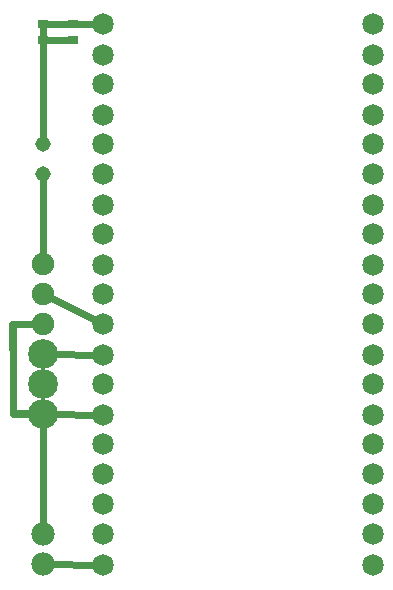
<source format=gtl>
G04 MADE WITH FRITZING*
G04 WWW.FRITZING.ORG*
G04 DOUBLE SIDED*
G04 HOLES PLATED*
G04 CONTOUR ON CENTER OF CONTOUR VECTOR*
%ASAXBY*%
%FSLAX23Y23*%
%MOIN*%
%OFA0B0*%
%SFA1.0B1.0*%
%ADD10C,0.075000*%
%ADD11C,0.051496*%
%ADD12C,0.071858*%
%ADD13C,0.078000*%
%ADD14C,0.099055*%
%ADD15R,0.035433X0.027559*%
%ADD16C,0.024000*%
%ADD17R,0.001000X0.001000*%
%LNCOPPER1*%
G90*
G70*
G54D10*
X185Y1078D03*
X185Y978D03*
X185Y878D03*
G54D11*
X185Y1478D03*
X185Y1378D03*
X185Y1478D03*
X185Y1378D03*
G54D12*
X385Y1878D03*
X385Y1777D03*
X385Y1678D03*
X385Y1577D03*
X385Y1478D03*
X385Y1378D03*
X385Y1277D03*
X385Y1178D03*
X385Y1077D03*
X385Y978D03*
X385Y878D03*
X385Y777D03*
X385Y678D03*
X385Y577D03*
X385Y478D03*
X385Y378D03*
X385Y278D03*
X385Y178D03*
X385Y77D03*
X1285Y77D03*
X1285Y178D03*
X1285Y278D03*
X1285Y378D03*
X1285Y478D03*
X1285Y577D03*
X1285Y678D03*
X1285Y777D03*
X1285Y878D03*
X1285Y978D03*
X1285Y1077D03*
X1285Y1178D03*
X1285Y1277D03*
X1285Y1378D03*
X1285Y1478D03*
X1285Y1577D03*
X1285Y1678D03*
X1285Y1777D03*
X1285Y1878D03*
G54D13*
X185Y178D03*
X185Y78D03*
G54D14*
X185Y778D03*
X185Y678D03*
X185Y578D03*
G54D15*
X285Y1827D03*
X285Y1878D03*
X185Y1827D03*
X185Y1878D03*
G54D16*
X273Y1878D02*
X197Y1878D01*
D02*
X184Y1878D02*
X273Y1878D01*
D02*
X366Y1878D02*
X184Y1878D01*
D02*
X273Y1827D02*
X197Y1827D01*
D02*
X185Y1835D02*
X185Y1870D01*
D02*
X184Y1478D02*
X185Y1819D01*
D02*
X184Y1478D02*
X184Y1478D01*
D02*
X185Y1096D02*
X185Y1362D01*
D02*
X366Y777D02*
X214Y778D01*
D02*
X366Y577D02*
X214Y578D01*
D02*
X366Y77D02*
X204Y78D01*
D02*
X185Y548D02*
X185Y197D01*
D02*
X185Y1870D02*
X185Y1835D01*
D02*
X185Y1870D02*
X185Y1835D01*
G54D17*
X184Y990D02*
X187Y990D01*
X181Y989D02*
X190Y989D01*
X179Y988D02*
X192Y988D01*
X178Y987D02*
X194Y987D01*
X177Y986D02*
X196Y986D01*
X176Y985D02*
X198Y985D01*
X175Y984D02*
X200Y984D01*
X175Y983D02*
X202Y983D01*
X174Y982D02*
X204Y982D01*
X174Y981D02*
X206Y981D01*
X174Y980D02*
X208Y980D01*
X174Y979D02*
X210Y979D01*
X174Y978D02*
X212Y978D01*
X174Y977D02*
X214Y977D01*
X174Y976D02*
X216Y976D01*
X174Y975D02*
X218Y975D01*
X175Y974D02*
X220Y974D01*
X175Y973D02*
X222Y973D01*
X176Y972D02*
X224Y972D01*
X176Y971D02*
X226Y971D01*
X177Y970D02*
X228Y970D01*
X178Y969D02*
X230Y969D01*
X180Y968D02*
X232Y968D01*
X181Y967D02*
X234Y967D01*
X183Y966D02*
X236Y966D01*
X185Y965D02*
X238Y965D01*
X187Y964D02*
X240Y964D01*
X189Y963D02*
X242Y963D01*
X191Y962D02*
X244Y962D01*
X193Y961D02*
X246Y961D01*
X195Y960D02*
X248Y960D01*
X197Y959D02*
X250Y959D01*
X199Y958D02*
X252Y958D01*
X201Y957D02*
X254Y957D01*
X203Y956D02*
X256Y956D01*
X205Y955D02*
X258Y955D01*
X207Y954D02*
X260Y954D01*
X209Y953D02*
X262Y953D01*
X211Y952D02*
X264Y952D01*
X213Y951D02*
X266Y951D01*
X215Y950D02*
X268Y950D01*
X217Y949D02*
X270Y949D01*
X219Y948D02*
X272Y948D01*
X221Y947D02*
X274Y947D01*
X223Y946D02*
X276Y946D01*
X225Y945D02*
X278Y945D01*
X227Y944D02*
X280Y944D01*
X229Y943D02*
X282Y943D01*
X231Y942D02*
X284Y942D01*
X233Y941D02*
X286Y941D01*
X235Y940D02*
X288Y940D01*
X237Y939D02*
X290Y939D01*
X239Y938D02*
X292Y938D01*
X241Y937D02*
X294Y937D01*
X243Y936D02*
X296Y936D01*
X245Y935D02*
X298Y935D01*
X247Y934D02*
X300Y934D01*
X249Y933D02*
X302Y933D01*
X251Y932D02*
X304Y932D01*
X253Y931D02*
X306Y931D01*
X255Y930D02*
X308Y930D01*
X257Y929D02*
X310Y929D01*
X259Y928D02*
X312Y928D01*
X261Y927D02*
X314Y927D01*
X263Y926D02*
X316Y926D01*
X265Y925D02*
X318Y925D01*
X267Y924D02*
X320Y924D01*
X269Y923D02*
X322Y923D01*
X271Y922D02*
X324Y922D01*
X273Y921D02*
X326Y921D01*
X275Y920D02*
X328Y920D01*
X277Y919D02*
X330Y919D01*
X279Y918D02*
X332Y918D01*
X281Y917D02*
X334Y917D01*
X283Y916D02*
X336Y916D01*
X285Y915D02*
X338Y915D01*
X287Y914D02*
X340Y914D01*
X289Y913D02*
X342Y913D01*
X291Y912D02*
X344Y912D01*
X293Y911D02*
X346Y911D01*
X295Y910D02*
X348Y910D01*
X297Y909D02*
X350Y909D01*
X299Y908D02*
X352Y908D01*
X301Y907D02*
X354Y907D01*
X303Y906D02*
X356Y906D01*
X305Y905D02*
X358Y905D01*
X307Y904D02*
X360Y904D01*
X309Y903D02*
X362Y903D01*
X311Y902D02*
X364Y902D01*
X313Y901D02*
X366Y901D01*
X315Y900D02*
X368Y900D01*
X317Y899D02*
X370Y899D01*
X319Y898D02*
X372Y898D01*
X321Y897D02*
X374Y897D01*
X323Y896D02*
X376Y896D01*
X325Y895D02*
X378Y895D01*
X327Y894D02*
X380Y894D01*
X329Y893D02*
X382Y893D01*
X331Y892D02*
X384Y892D01*
X333Y891D02*
X386Y891D01*
X150Y890D02*
X187Y890D01*
X335Y890D02*
X388Y890D01*
X82Y889D02*
X190Y889D01*
X337Y889D02*
X390Y889D01*
X79Y888D02*
X192Y888D01*
X339Y888D02*
X392Y888D01*
X78Y887D02*
X193Y887D01*
X341Y887D02*
X393Y887D01*
X77Y886D02*
X194Y886D01*
X343Y886D02*
X394Y886D01*
X76Y885D02*
X195Y885D01*
X345Y885D02*
X395Y885D01*
X75Y884D02*
X195Y884D01*
X347Y884D02*
X396Y884D01*
X74Y883D02*
X196Y883D01*
X349Y883D02*
X396Y883D01*
X74Y882D02*
X196Y882D01*
X351Y882D02*
X397Y882D01*
X74Y881D02*
X196Y881D01*
X353Y881D02*
X397Y881D01*
X73Y880D02*
X197Y880D01*
X355Y880D02*
X397Y880D01*
X73Y879D02*
X197Y879D01*
X357Y879D02*
X397Y879D01*
X73Y878D02*
X197Y878D01*
X359Y878D02*
X397Y878D01*
X73Y877D02*
X197Y877D01*
X361Y877D02*
X397Y877D01*
X73Y876D02*
X197Y876D01*
X363Y876D02*
X397Y876D01*
X73Y875D02*
X196Y875D01*
X365Y875D02*
X397Y875D01*
X73Y874D02*
X196Y874D01*
X367Y874D02*
X397Y874D01*
X73Y873D02*
X196Y873D01*
X369Y873D02*
X396Y873D01*
X73Y872D02*
X195Y872D01*
X371Y872D02*
X396Y872D01*
X73Y871D02*
X194Y871D01*
X373Y871D02*
X395Y871D01*
X73Y870D02*
X193Y870D01*
X375Y870D02*
X394Y870D01*
X73Y869D02*
X192Y869D01*
X377Y869D02*
X393Y869D01*
X73Y868D02*
X191Y868D01*
X379Y868D02*
X392Y868D01*
X73Y867D02*
X189Y867D01*
X381Y867D02*
X390Y867D01*
X73Y866D02*
X149Y866D01*
X385Y866D02*
X387Y866D01*
X73Y865D02*
X96Y865D01*
X73Y864D02*
X96Y864D01*
X73Y863D02*
X96Y863D01*
X73Y862D02*
X96Y862D01*
X73Y861D02*
X96Y861D01*
X73Y860D02*
X96Y860D01*
X73Y859D02*
X96Y859D01*
X73Y858D02*
X96Y858D01*
X73Y857D02*
X96Y857D01*
X73Y856D02*
X96Y856D01*
X73Y855D02*
X96Y855D01*
X73Y854D02*
X96Y854D01*
X73Y853D02*
X96Y853D01*
X73Y852D02*
X96Y852D01*
X73Y851D02*
X96Y851D01*
X73Y850D02*
X96Y850D01*
X73Y849D02*
X96Y849D01*
X73Y848D02*
X96Y848D01*
X73Y847D02*
X96Y847D01*
X73Y846D02*
X96Y846D01*
X73Y845D02*
X96Y845D01*
X73Y844D02*
X96Y844D01*
X73Y843D02*
X96Y843D01*
X73Y842D02*
X96Y842D01*
X73Y841D02*
X96Y841D01*
X73Y840D02*
X96Y840D01*
X73Y839D02*
X96Y839D01*
X73Y838D02*
X96Y838D01*
X73Y837D02*
X96Y837D01*
X73Y836D02*
X96Y836D01*
X73Y835D02*
X96Y835D01*
X73Y834D02*
X96Y834D01*
X73Y833D02*
X96Y833D01*
X73Y832D02*
X96Y832D01*
X73Y831D02*
X96Y831D01*
X73Y830D02*
X96Y830D01*
X73Y829D02*
X96Y829D01*
X73Y828D02*
X96Y828D01*
X73Y827D02*
X96Y827D01*
X73Y826D02*
X96Y826D01*
X73Y825D02*
X96Y825D01*
X73Y824D02*
X96Y824D01*
X73Y823D02*
X96Y823D01*
X73Y822D02*
X96Y822D01*
X73Y821D02*
X96Y821D01*
X73Y820D02*
X96Y820D01*
X73Y819D02*
X96Y819D01*
X73Y818D02*
X96Y818D01*
X73Y817D02*
X96Y817D01*
X73Y816D02*
X96Y816D01*
X73Y815D02*
X96Y815D01*
X73Y814D02*
X96Y814D01*
X73Y813D02*
X96Y813D01*
X73Y812D02*
X96Y812D01*
X73Y811D02*
X96Y811D01*
X73Y810D02*
X96Y810D01*
X73Y809D02*
X96Y809D01*
X73Y808D02*
X96Y808D01*
X73Y807D02*
X96Y807D01*
X73Y806D02*
X96Y806D01*
X73Y805D02*
X96Y805D01*
X73Y804D02*
X96Y804D01*
X73Y803D02*
X96Y803D01*
X73Y802D02*
X96Y802D01*
X73Y801D02*
X96Y801D01*
X73Y800D02*
X96Y800D01*
X73Y799D02*
X96Y799D01*
X73Y798D02*
X96Y798D01*
X73Y797D02*
X96Y797D01*
X73Y796D02*
X96Y796D01*
X73Y795D02*
X96Y795D01*
X73Y794D02*
X96Y794D01*
X73Y793D02*
X96Y793D01*
X73Y792D02*
X96Y792D01*
X73Y791D02*
X96Y791D01*
X73Y790D02*
X96Y790D01*
X73Y789D02*
X97Y789D01*
X74Y788D02*
X97Y788D01*
X74Y787D02*
X97Y787D01*
X74Y786D02*
X97Y786D01*
X74Y785D02*
X97Y785D01*
X74Y784D02*
X97Y784D01*
X74Y783D02*
X97Y783D01*
X74Y782D02*
X97Y782D01*
X74Y781D02*
X97Y781D01*
X74Y780D02*
X97Y780D01*
X74Y779D02*
X97Y779D01*
X74Y778D02*
X97Y778D01*
X74Y777D02*
X97Y777D01*
X74Y776D02*
X97Y776D01*
X74Y775D02*
X97Y775D01*
X74Y774D02*
X97Y774D01*
X74Y773D02*
X97Y773D01*
X74Y772D02*
X97Y772D01*
X74Y771D02*
X97Y771D01*
X74Y770D02*
X97Y770D01*
X74Y769D02*
X97Y769D01*
X74Y768D02*
X97Y768D01*
X74Y767D02*
X97Y767D01*
X74Y766D02*
X97Y766D01*
X74Y765D02*
X97Y765D01*
X74Y764D02*
X97Y764D01*
X74Y763D02*
X97Y763D01*
X74Y762D02*
X97Y762D01*
X74Y761D02*
X97Y761D01*
X74Y760D02*
X97Y760D01*
X74Y759D02*
X97Y759D01*
X74Y758D02*
X97Y758D01*
X74Y757D02*
X97Y757D01*
X74Y756D02*
X97Y756D01*
X74Y755D02*
X97Y755D01*
X74Y754D02*
X97Y754D01*
X74Y753D02*
X97Y753D01*
X74Y752D02*
X97Y752D01*
X74Y751D02*
X97Y751D01*
X74Y750D02*
X97Y750D01*
X74Y749D02*
X97Y749D01*
X74Y748D02*
X97Y748D01*
X74Y747D02*
X97Y747D01*
X74Y746D02*
X97Y746D01*
X74Y745D02*
X97Y745D01*
X74Y744D02*
X97Y744D01*
X74Y743D02*
X97Y743D01*
X74Y742D02*
X97Y742D01*
X74Y741D02*
X97Y741D01*
X74Y740D02*
X97Y740D01*
X74Y739D02*
X97Y739D01*
X74Y738D02*
X97Y738D01*
X74Y737D02*
X97Y737D01*
X74Y736D02*
X97Y736D01*
X74Y735D02*
X97Y735D01*
X74Y734D02*
X97Y734D01*
X74Y733D02*
X97Y733D01*
X74Y732D02*
X97Y732D01*
X74Y731D02*
X97Y731D01*
X74Y730D02*
X97Y730D01*
X74Y729D02*
X97Y729D01*
X74Y728D02*
X97Y728D01*
X74Y727D02*
X97Y727D01*
X74Y726D02*
X97Y726D01*
X74Y725D02*
X97Y725D01*
X74Y724D02*
X97Y724D01*
X74Y723D02*
X97Y723D01*
X74Y722D02*
X97Y722D01*
X74Y721D02*
X97Y721D01*
X74Y720D02*
X97Y720D01*
X74Y719D02*
X97Y719D01*
X74Y718D02*
X97Y718D01*
X74Y717D02*
X97Y717D01*
X74Y716D02*
X97Y716D01*
X74Y715D02*
X97Y715D01*
X74Y714D02*
X97Y714D01*
X74Y713D02*
X97Y713D01*
X74Y712D02*
X97Y712D01*
X74Y711D02*
X97Y711D01*
X74Y710D02*
X97Y710D01*
X74Y709D02*
X97Y709D01*
X74Y708D02*
X97Y708D01*
X74Y707D02*
X97Y707D01*
X74Y706D02*
X97Y706D01*
X74Y705D02*
X97Y705D01*
X74Y704D02*
X97Y704D01*
X74Y703D02*
X97Y703D01*
X74Y702D02*
X97Y702D01*
X74Y701D02*
X97Y701D01*
X74Y700D02*
X97Y700D01*
X74Y699D02*
X97Y699D01*
X74Y698D02*
X97Y698D01*
X74Y697D02*
X97Y697D01*
X74Y696D02*
X97Y696D01*
X74Y695D02*
X97Y695D01*
X74Y694D02*
X97Y694D01*
X74Y693D02*
X97Y693D01*
X74Y692D02*
X97Y692D01*
X74Y691D02*
X97Y691D01*
X74Y690D02*
X97Y690D01*
X74Y689D02*
X97Y689D01*
X74Y688D02*
X97Y688D01*
X74Y687D02*
X97Y687D01*
X74Y686D02*
X97Y686D01*
X74Y685D02*
X97Y685D01*
X74Y684D02*
X97Y684D01*
X74Y683D02*
X97Y683D01*
X74Y682D02*
X97Y682D01*
X74Y681D02*
X97Y681D01*
X74Y680D02*
X97Y680D01*
X74Y679D02*
X97Y679D01*
X74Y678D02*
X97Y678D01*
X74Y677D02*
X97Y677D01*
X74Y676D02*
X97Y676D01*
X74Y675D02*
X97Y675D01*
X74Y674D02*
X97Y674D01*
X74Y673D02*
X97Y673D01*
X74Y672D02*
X97Y672D01*
X74Y671D02*
X97Y671D01*
X74Y670D02*
X97Y670D01*
X74Y669D02*
X97Y669D01*
X74Y668D02*
X97Y668D01*
X74Y667D02*
X97Y667D01*
X74Y666D02*
X97Y666D01*
X74Y665D02*
X97Y665D01*
X74Y664D02*
X97Y664D01*
X74Y663D02*
X97Y663D01*
X74Y662D02*
X97Y662D01*
X74Y661D02*
X97Y661D01*
X74Y660D02*
X97Y660D01*
X74Y659D02*
X97Y659D01*
X74Y658D02*
X97Y658D01*
X74Y657D02*
X97Y657D01*
X74Y656D02*
X97Y656D01*
X74Y655D02*
X97Y655D01*
X74Y654D02*
X97Y654D01*
X74Y653D02*
X97Y653D01*
X74Y652D02*
X97Y652D01*
X74Y651D02*
X97Y651D01*
X74Y650D02*
X97Y650D01*
X74Y649D02*
X97Y649D01*
X74Y648D02*
X97Y648D01*
X74Y647D02*
X97Y647D01*
X74Y646D02*
X97Y646D01*
X74Y645D02*
X97Y645D01*
X74Y644D02*
X97Y644D01*
X74Y643D02*
X97Y643D01*
X74Y642D02*
X97Y642D01*
X74Y641D02*
X97Y641D01*
X74Y640D02*
X97Y640D01*
X74Y639D02*
X97Y639D01*
X74Y638D02*
X97Y638D01*
X74Y637D02*
X97Y637D01*
X74Y636D02*
X97Y636D01*
X74Y635D02*
X97Y635D01*
X74Y634D02*
X97Y634D01*
X74Y633D02*
X97Y633D01*
X74Y632D02*
X97Y632D01*
X74Y631D02*
X97Y631D01*
X74Y630D02*
X97Y630D01*
X74Y629D02*
X97Y629D01*
X74Y628D02*
X97Y628D01*
X74Y627D02*
X97Y627D01*
X74Y626D02*
X97Y626D01*
X74Y625D02*
X97Y625D01*
X74Y624D02*
X97Y624D01*
X74Y623D02*
X97Y623D01*
X74Y622D02*
X97Y622D01*
X74Y621D02*
X97Y621D01*
X74Y620D02*
X97Y620D01*
X74Y619D02*
X97Y619D01*
X74Y618D02*
X97Y618D01*
X74Y617D02*
X97Y617D01*
X74Y616D02*
X97Y616D01*
X74Y615D02*
X97Y615D01*
X74Y614D02*
X97Y614D01*
X74Y613D02*
X97Y613D01*
X74Y612D02*
X97Y612D01*
X74Y611D02*
X97Y611D01*
X74Y610D02*
X97Y610D01*
X74Y609D02*
X97Y609D01*
X74Y608D02*
X97Y608D01*
X74Y607D02*
X97Y607D01*
X74Y606D02*
X97Y606D01*
X74Y605D02*
X97Y605D01*
X74Y604D02*
X97Y604D01*
X74Y603D02*
X97Y603D01*
X74Y602D02*
X97Y602D01*
X74Y601D02*
X97Y601D01*
X74Y600D02*
X97Y600D01*
X74Y599D02*
X97Y599D01*
X74Y598D02*
X97Y598D01*
X74Y597D02*
X97Y597D01*
X74Y596D02*
X97Y596D01*
X74Y595D02*
X97Y595D01*
X74Y594D02*
X97Y594D01*
X74Y593D02*
X97Y593D01*
X74Y592D02*
X97Y592D01*
X74Y591D02*
X97Y591D01*
X74Y590D02*
X188Y590D01*
X74Y589D02*
X190Y589D01*
X74Y588D02*
X192Y588D01*
X74Y587D02*
X193Y587D01*
X74Y586D02*
X194Y586D01*
X74Y585D02*
X195Y585D01*
X74Y584D02*
X195Y584D01*
X74Y583D02*
X196Y583D01*
X74Y582D02*
X196Y582D01*
X74Y581D02*
X196Y581D01*
X75Y580D02*
X197Y580D01*
X75Y579D02*
X197Y579D01*
X75Y578D02*
X197Y578D01*
X75Y577D02*
X197Y577D01*
X75Y576D02*
X197Y576D01*
X75Y575D02*
X196Y575D01*
X75Y574D02*
X196Y574D01*
X76Y573D02*
X195Y573D01*
X76Y572D02*
X195Y572D01*
X77Y571D02*
X194Y571D01*
X78Y570D02*
X193Y570D01*
X79Y569D02*
X192Y569D01*
X80Y568D02*
X191Y568D01*
X82Y567D02*
X189Y567D01*
D02*
G04 End of Copper1*
M02*
</source>
